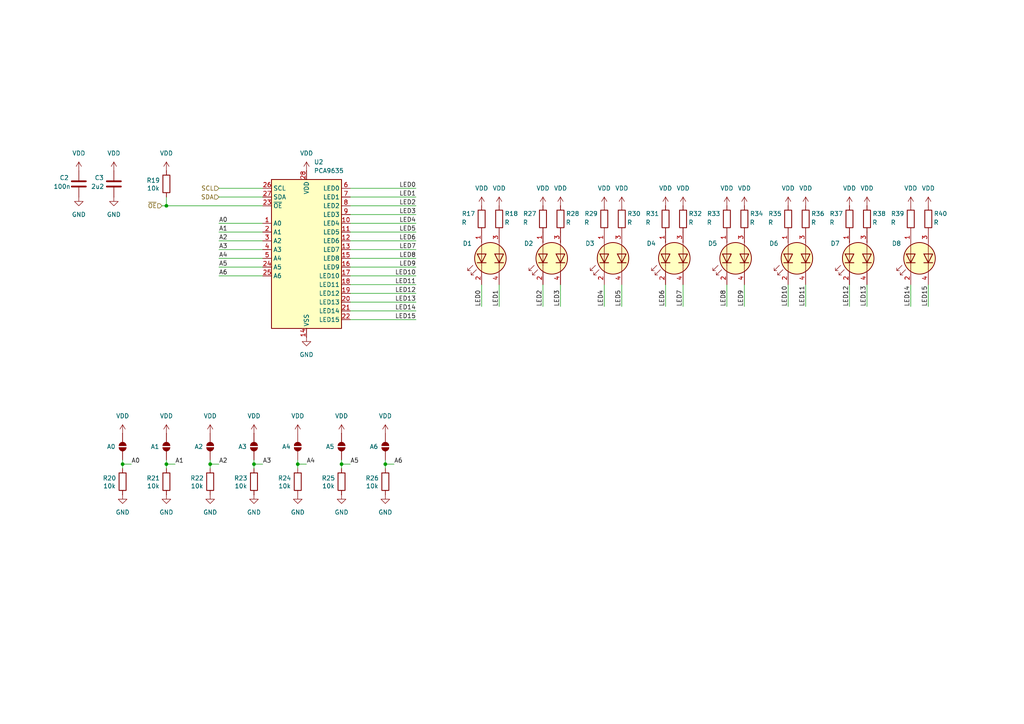
<source format=kicad_sch>
(kicad_sch (version 20250114) (generator "eeschema") (generator_version "9.0")
  (paper "A4")
  (lib_symbols
    (symbol "Device:C" (pin_numbers (hide yes)) (pin_names (offset 0.254))
      (property "Reference" "C" (at 0.635 2.54 0))
      (property "Value" "C" (at 0.635 -2.54 0))
      (symbol "C_0_1"
        (polyline (pts (xy -2.032 0.762) (xy 2.032 0.762)) (stroke (width 0.508)))
        (polyline (pts (xy -2.032 -0.762) (xy 2.032 -0.762)) (stroke (width 0.508)))
      )
      (symbol "C_1_1"
        (pin passive line (at 0 3.81 270) (length 2.794) (name "~") (number "1"))
        (pin passive line (at 0 -3.81 90) (length 2.794) (name "~") (number "2"))
      )
    )
    (symbol "Device:LED_Dual_AKAK" (pin_names (offset 0) (hide yes))
      (property "Reference" "D" (at 0 5.715 0))
      (property "Value" "LED_Dual_AKAK" (at 0 -6.35 0))
      (symbol "LED_Dual_AKAK_0_1"
        (polyline (pts (xy -5.08 2.54) (xy 2.032 2.54)))
        (polyline (pts (xy -5.08 -2.54) (xy 2.032 -2.54)))
        (polyline (pts (xy -1.27 3.81) (xy -1.27 1.27) (xy 1.27 2.54) (xy -1.27 3.81)) (stroke (width 0.254)))
        (polyline (pts (xy -1.27 -1.27) (xy -1.27 -3.81) (xy 1.27 -2.54) (xy -1.27 -1.27)) (stroke (width 0.254)))
        (circle (center 0 0) (radius 4.572) (stroke (width 0.254)) (fill (type background)))
        (polyline (pts (xy 1.27 3.81) (xy 1.27 1.27)) (stroke (width 0.254)))
        (polyline (pts (xy 1.27 -1.27) (xy 1.27 -3.81)) (stroke (width 0.254)))
        (polyline (pts (xy 2.032 5.08) (xy 3.556 6.604) (xy 2.794 6.604) (xy 3.556 6.604) (xy 3.556 5.842)))
        (polyline (pts (xy 3.302 4.064) (xy 4.826 5.588) (xy 4.064 5.588) (xy 4.826 5.588) (xy 4.826 4.826)))
        (polyline (pts (xy 3.81 2.54) (xy 1.905 2.54)))
        (polyline (pts (xy 3.81 -2.54) (xy 1.905 -2.54)))
      )
      (symbol "LED_Dual_AKAK_1_1"
        (pin input line (at -7.62 2.54 0) (length 3.048) (name "A1") (number "1"))
        (pin input line (at -7.62 -2.54 0) (length 3.048) (name "A2") (number "3"))
        (pin input line (at 7.62 2.54 180) (length 3.81) (name "K1") (number "2"))
        (pin input line (at 7.62 -2.54 180) (length 3.81) (name "K2") (number "4"))
      )
    )
    (symbol "Device:R" (pin_numbers (hide yes)) (pin_names (offset 0))
      (property "Reference" "R" (at 2.032 0 90))
      (property "Value" "R" (at 0 0 90))
      (symbol "R_0_1"
        (rectangle (start -1.016 -2.54) (end 1.016 2.54) (stroke (width 0.254)))
      )
      (symbol "R_1_1"
        (pin passive line (at 0 3.81 270) (length 1.27) (name "~") (number "1"))
        (pin passive line (at 0 -3.81 90) (length 1.27) (name "~") (number "2"))
      )
    )
    (symbol "Driver_LED:PCA9635"
      (property "Reference" "U" (at -10.16 24.13 0))
      (property "Value" "PCA9635" (at 2.54 -21.59 0))
      (symbol "PCA9635_0_1"
        (rectangle (start -10.16 22.86) (end 10.16 -20.32) (stroke (width 0.254)) (fill (type background)))
      )
      (symbol "PCA9635_1_1"
        (pin input line (at -12.7 20.32 0) (length 2.54) (name "SCL") (number "26"))
        (pin bidirectional line (at -12.7 17.78 0) (length 2.54) (name "SDA") (number "27"))
        (pin input line (at -12.7 15.24 0) (length 2.54) (name "~{OE}") (number "23"))
        (pin input line (at -12.7 10.16 0) (length 2.54) (name "A0") (number "1"))
        (pin input line (at -12.7 7.62 0) (length 2.54) (name "A1") (number "2"))
        (pin input line (at -12.7 5.08 0) (length 2.54) (name "A2") (number "3"))
        (pin input line (at -12.7 2.54 0) (length 2.54) (name "A3") (number "4"))
        (pin input line (at -12.7 0 0) (length 2.54) (name "A4") (number "5"))
        (pin input line (at -12.7 -2.54 0) (length 2.54) (name "A5") (number "24"))
        (pin input line (at -12.7 -5.08 0) (length 2.54) (name "A6") (number "25"))
        (pin power_in line (at 0 25.4 270) (length 2.54) (name "VDD") (number "28"))
        (pin power_in line (at 0 -22.86 90) (length 2.54) (name "VSS") (number "14"))
        (pin output line (at 12.7 20.32 180) (length 2.54) (name "LED0") (number "6"))
        (pin output line (at 12.7 17.78 180) (length 2.54) (name "LED1") (number "7"))
        (pin output line (at 12.7 15.24 180) (length 2.54) (name "LED2") (number "8"))
        (pin output line (at 12.7 12.7 180) (length 2.54) (name "LED3") (number "9"))
        (pin output line (at 12.7 10.16 180) (length 2.54) (name "LED4") (number "10"))
        (pin output line (at 12.7 7.62 180) (length 2.54) (name "LED5") (number "11"))
        (pin output line (at 12.7 5.08 180) (length 2.54) (name "LED6") (number "12"))
        (pin output line (at 12.7 2.54 180) (length 2.54) (name "LED7") (number "13"))
        (pin output line (at 12.7 0 180) (length 2.54) (name "LED8") (number "15"))
        (pin output line (at 12.7 -2.54 180) (length 2.54) (name "LED9") (number "16"))
        (pin output line (at 12.7 -5.08 180) (length 2.54) (name "LED10") (number "17"))
        (pin output line (at 12.7 -7.62 180) (length 2.54) (name "LED11") (number "18"))
        (pin output line (at 12.7 -10.16 180) (length 2.54) (name "LED12") (number "19"))
        (pin output line (at 12.7 -12.7 180) (length 2.54) (name "LED13") (number "20"))
        (pin output line (at 12.7 -15.24 180) (length 2.54) (name "LED14") (number "21"))
        (pin output line (at 12.7 -17.78 180) (length 2.54) (name "LED15") (number "22"))
      )
    )
    (symbol "Jumper:SolderJumper_2_Open" (pin_numbers (hide yes)) (pin_names (offset 0) (hide yes)) (exclude_from_sim yes) (in_bom no)
      (property "Reference" "JP" (at 0 2.032 0))
      (property "Value" "SolderJumper_2_Open" (at 0 -2.54 0))
      (symbol "SolderJumper_2_Open_0_1"
        (polyline (pts (xy -0.254 1.016) (xy -0.254 -1.016)))
        (arc (start -0.254 -1.016) (mid -1.2656 0) (end -0.254 1.016))
        (arc (start -0.254 -1.016) (mid -1.2656 0) (end -0.254 1.016) (fill (type outline)))
        (arc (start 0.254 1.016) (mid 1.2656 0) (end 0.254 -1.016))
        (arc (start 0.254 1.016) (mid 1.2656 0) (end 0.254 -1.016) (fill (type outline)))
        (polyline (pts (xy 0.254 1.016) (xy 0.254 -1.016)))
      )
      (symbol "SolderJumper_2_Open_1_1"
        (pin passive line (at -3.81 0 0) (length 2.54) (name "A") (number "1"))
        (pin passive line (at 3.81 0 180) (length 2.54) (name "B") (number "2"))
      )
    )
    (symbol "power:GND" (power) (pin_numbers (hide yes)) (pin_names (offset 0) (hide yes))
      (property "Value" "GND" (at 0 -3.81 0))
      (symbol "GND_0_1"
        (polyline (pts (xy 0 0) (xy 0 -1.27) (xy 1.27 -1.27) (xy 0 -2.54) (xy -1.27 -1.27) (xy 0 -1.27)))
      )
      (symbol "GND_1_1"
        (pin power_in line (at 0 0 270) (length 0) (name "~") (number "1"))
      )
    )
    (symbol "power:VDD" (power) (pin_numbers (hide yes)) (pin_names (offset 0) (hide yes))
      (property "Value" "VDD" (at 0 3.556 0))
      (symbol "VDD_0_1"
        (polyline (pts (xy -0.762 1.27) (xy 0 2.54)))
        (polyline (pts (xy 0 2.54) (xy 0.762 1.27)))
        (polyline (pts (xy 0 0) (xy 0 2.54)))
      )
      (symbol "VDD_1_1"
        (pin power_in line (at 0 0 90) (length 0) (name "~") (number "1"))
      )
    )
  )
  (junction (at 111.76 134.62))
  (junction (at 86.36 134.62))
  (junction (at 48.26 59.69))
  (junction (at 48.26 134.62))
  (junction (at 60.96 134.62))
  (junction (at 99.06 134.62))
  (junction (at 73.66 134.62))
  (junction (at 35.56 134.62))
  (wire (pts (xy 120.65 69.85) (xy 101.6 69.85)))
  (wire (pts (xy 63.5 69.85) (xy 76.2 69.85)))
  (wire (pts (xy 120.65 74.93) (xy 101.6 74.93)))
  (wire (pts (xy 144.78 88.9) (xy 144.78 82.55)))
  (wire (pts (xy 120.65 57.15) (xy 101.6 57.15)))
  (wire (pts (xy 76.2 134.62) (xy 73.66 134.62)))
  (wire (pts (xy 111.76 133.35) (xy 111.76 134.62)))
  (wire (pts (xy 35.56 133.35) (xy 35.56 134.62)))
  (wire (pts (xy 63.5 54.61) (xy 76.2 54.61)))
  (wire (pts (xy 63.5 64.77) (xy 76.2 64.77)))
  (wire (pts (xy 63.5 72.39) (xy 76.2 72.39)))
  (wire (pts (xy 48.26 133.35) (xy 48.26 134.62)))
  (wire (pts (xy 120.65 82.55) (xy 101.6 82.55)))
  (wire (pts (xy 193.04 82.55) (xy 193.04 88.9)))
  (wire (pts (xy 120.65 59.69) (xy 101.6 59.69)))
  (wire (pts (xy 228.6 82.55) (xy 228.6 88.9)))
  (wire (pts (xy 180.34 82.55) (xy 180.34 88.9)))
  (wire (pts (xy 269.24 82.55) (xy 269.24 88.9)))
  (wire (pts (xy 63.5 134.62) (xy 60.96 134.62)))
  (wire (pts (xy 120.65 92.71) (xy 101.6 92.71)))
  (wire (pts (xy 120.65 77.47) (xy 101.6 77.47)))
  (wire (pts (xy 251.46 82.55) (xy 251.46 88.9)))
  (wire (pts (xy 38.1 134.62) (xy 35.56 134.62)))
  (wire (pts (xy 175.26 82.55) (xy 175.26 88.9)))
  (wire (pts (xy 233.68 82.55) (xy 233.68 88.9)))
  (wire (pts (xy 63.5 77.47) (xy 76.2 77.47)))
  (wire (pts (xy 46.99 59.69) (xy 48.26 59.69)))
  (wire (pts (xy 99.06 133.35) (xy 99.06 134.62)))
  (wire (pts (xy 198.12 82.55) (xy 198.12 88.9)))
  (wire (pts (xy 120.65 72.39) (xy 101.6 72.39)))
  (wire (pts (xy 73.66 133.35) (xy 73.66 134.62)))
  (wire (pts (xy 264.16 82.55) (xy 264.16 88.9)))
  (wire (pts (xy 120.65 64.77) (xy 101.6 64.77)))
  (wire (pts (xy 120.65 85.09) (xy 101.6 85.09)))
  (wire (pts (xy 48.26 57.15) (xy 48.26 59.69)))
  (wire (pts (xy 120.65 80.01) (xy 101.6 80.01)))
  (wire (pts (xy 63.5 67.31) (xy 76.2 67.31)))
  (wire (pts (xy 120.65 87.63) (xy 101.6 87.63)))
  (wire (pts (xy 157.48 82.55) (xy 157.48 88.9)))
  (wire (pts (xy 120.65 67.31) (xy 101.6 67.31)))
  (wire (pts (xy 63.5 57.15) (xy 76.2 57.15)))
  (wire (pts (xy 120.65 90.17) (xy 101.6 90.17)))
  (wire (pts (xy 60.96 134.62) (xy 60.96 135.89)))
  (wire (pts (xy 88.9 134.62) (xy 86.36 134.62)))
  (wire (pts (xy 114.3 134.62) (xy 111.76 134.62)))
  (wire (pts (xy 111.76 134.62) (xy 111.76 135.89)))
  (wire (pts (xy 120.65 62.23) (xy 101.6 62.23)))
  (wire (pts (xy 48.26 59.69) (xy 76.2 59.69)))
  (wire (pts (xy 120.65 54.61) (xy 101.6 54.61)))
  (wire (pts (xy 215.9 82.55) (xy 215.9 88.9)))
  (wire (pts (xy 139.7 88.9) (xy 139.7 82.55)))
  (wire (pts (xy 246.38 82.55) (xy 246.38 88.9)))
  (wire (pts (xy 210.82 82.55) (xy 210.82 88.9)))
  (wire (pts (xy 101.6 134.62) (xy 99.06 134.62)))
  (wire (pts (xy 86.36 134.62) (xy 86.36 135.89)))
  (wire (pts (xy 73.66 134.62) (xy 73.66 135.89)))
  (wire (pts (xy 50.8 134.62) (xy 48.26 134.62)))
  (wire (pts (xy 162.56 82.55) (xy 162.56 88.9)))
  (wire (pts (xy 35.56 134.62) (xy 35.56 135.89)))
  (wire (pts (xy 86.36 133.35) (xy 86.36 134.62)))
  (wire (pts (xy 63.5 74.93) (xy 76.2 74.93)))
  (wire (pts (xy 48.26 134.62) (xy 48.26 135.89)))
  (wire (pts (xy 99.06 134.62) (xy 99.06 135.89)))
  (wire (pts (xy 63.5 80.01) (xy 76.2 80.01)))
  (wire (pts (xy 60.96 133.35) (xy 60.96 134.62)))
  (label "LED0" (at 120.65 54.61 180))
  (label "LED6" (at 120.65 69.85 180))
  (label "A6" (at 114.3 134.62 0))
  (label "A6" (at 63.5 80.01 0))
  (label "A2" (at 63.5 69.85 0))
  (label "LED8" (at 120.65 74.93 180))
  (label "LED4" (at 175.26 88.9 90))
  (label "A3" (at 76.2 134.62 0))
  (label "A5" (at 101.6 134.62 0))
  (label "LED10" (at 228.6 88.9 90))
  (label "LED13" (at 251.46 88.9 90))
  (label "LED8" (at 210.82 88.9 90))
  (label "LED0" (at 139.7 88.9 90))
  (label "A0" (at 63.5 64.77 0))
  (label "LED12" (at 120.65 85.09 180))
  (label "LED11" (at 233.68 88.9 90))
  (label "LED1" (at 144.78 88.9 90))
  (label "LED15" (at 269.24 88.9 90))
  (label "A0" (at 38.1 134.62 0))
  (label "LED2" (at 157.48 88.9 90))
  (label "LED6" (at 193.04 88.9 90))
  (label "LED4" (at 120.65 64.77 180))
  (label "LED9" (at 215.9 88.9 90))
  (label "LED13" (at 120.65 87.63 180))
  (label "LED11" (at 120.65 82.55 180))
  (label "LED12" (at 246.38 88.9 90))
  (label "LED5" (at 120.65 67.31 180))
  (label "LED3" (at 162.56 88.9 90))
  (label "LED1" (at 120.65 57.15 180))
  (label "A1" (at 50.8 134.62 0))
  (label "LED15" (at 120.65 92.71 180))
  (label "A4" (at 63.5 74.93 0))
  (label "A5" (at 63.5 77.47 0))
  (label "LED14" (at 120.65 90.17 180))
  (label "A3" (at 63.5 72.39 0))
  (label "LED3" (at 120.65 62.23 180))
  (label "A1" (at 63.5 67.31 0))
  (label "LED10" (at 120.65 80.01 180))
  (label "A2" (at 63.5 134.62 0))
  (label "LED7" (at 198.12 88.9 90))
  (label "A4" (at 88.9 134.62 0))
  (label "LED14" (at 264.16 88.9 90))
  (label "LED9" (at 120.65 77.47 180))
  (label "LED7" (at 120.65 72.39 180))
  (label "LED2" (at 120.65 59.69 180))
  (label "LED5" (at 180.34 88.9 90))
  (hierarchical_label "~{OE}" (shape input) (at 46.99 59.69 180))
  (hierarchical_label "SDA" (shape input) (at 63.5 57.15 180))
  (hierarchical_label "SCL" (shape input) (at 63.5 54.61 180))
  (symbol (lib_id "power:VDD") (at 144.78 59.69 0) (unit 1)
    (property "Reference" "#PWR07" (effects (hide yes)))
    (property "Value" "VDD" (at 144.78 54.61 0))
    (property "Description" "Power symbol creates a global label with name \"VDD\"" (effects (hide yes)))
  )
  (symbol (lib_id "power:VDD") (at 215.9 59.69 0) (unit 1)
    (property "Reference" "#PWR036" (effects (hide yes)))
    (property "Value" "VDD" (at 215.9 54.61 0))
    (property "Description" "Power symbol creates a global label with name \"VDD\"" (effects (hide yes)))
  )
  (symbol (lib_id "power:VDD") (at 139.7 59.69 0) (unit 1)
    (property "Reference" "#PWR06" (effects (hide yes)))
    (property "Value" "VDD" (at 139.7 54.61 0))
    (property "Description" "Power symbol creates a global label with name \"VDD\"" (effects (hide yes)))
  )
  (symbol (lib_id "power:VDD") (at 35.56 125.73 0) (unit 1)
    (property "Reference" "#PWR015" (effects (hide yes)))
    (property "Value" "VDD" (at 35.56 120.65 0))
    (property "Description" "Power symbol creates a global label with name \"VDD\"" (effects (hide yes)))
  )
  (symbol (lib_id "Jumper:SolderJumper_2_Open") (at 35.56 129.54 270) (unit 1) (exclude_from_sim yes) (in_bom no)
    (property "Reference" "A0" (at 30.988 129.54 90) (effects (justify left)))
    (property "Value" "SolderJumper_2_Open" (effects (hide yes)))
    (property "Footprint" "Jumper:SolderJumper-2_P1.3mm_Open_TrianglePad1.0x1.5mm" (effects (hide yes)))
    (property "Description" "Solder Jumper, 2-pole, open" (effects (hide yes)))
  )
  (symbol (lib_id "Jumper:SolderJumper_2_Open") (at 48.26 129.54 270) (unit 1) (exclude_from_sim yes) (in_bom no)
    (property "Reference" "A1" (at 43.688 129.54 90) (effects (justify left)))
    (property "Value" "SolderJumper_2_Open" (effects (hide yes)))
    (property "Footprint" "Jumper:SolderJumper-2_P1.3mm_Open_TrianglePad1.0x1.5mm" (effects (hide yes)))
    (property "Description" "Solder Jumper, 2-pole, open" (effects (hide yes)))
  )
  (symbol (lib_id "Device:R") (at 210.82 63.5 180) (unit 1)
    (property "Reference" "R33" (at 207.01 61.976 0))
    (property "Value" "R" (at 205.74 64.516 0))
    (property "Footprint" "Resistor_SMD:R_0805_2012Metric_Pad1.20x1.40mm_HandSolder" (effects (hide yes)))
    (property "Description" "Resistor" (effects (hide yes)))
  )
  (symbol (lib_id "Device:LED_Dual_AKAK") (at 142.24 74.93 90) (mirror x) (unit 1)
    (property "Reference" "D1" (at 136.906 70.612 90) (effects (justify left)))
    (property "Value" "LED_Dual_AKAK" (effects (hide yes)))
    (property "Footprint" "My_LED_SMD:LED_SML-822MV8WT86" (effects (hide yes)))
    (property "Description" "Dual LED, cathodes on pins 2 and 4" (effects (hide yes)))
  )
  (symbol (lib_id "Device:R") (at 246.38 63.5 180) (unit 1)
    (property "Reference" "R37" (at 242.57 61.976 0))
    (property "Value" "R" (at 241.3 64.516 0))
    (property "Footprint" "Resistor_SMD:R_0805_2012Metric_Pad1.20x1.40mm_HandSolder" (effects (hide yes)))
    (property "Description" "Resistor" (effects (hide yes)))
  )
  (symbol (lib_id "Device:R") (at 48.26 53.34 180) (unit 1)
    (property "Reference" "R19" (at 44.45 52.324 0))
    (property "Value" "10k" (at 44.45 54.61 0))
    (property "Footprint" "Resistor_SMD:R_0805_2012Metric_Pad1.20x1.40mm_HandSolder" (effects (hide yes)))
    (property "Description" "Resistor" (effects (hide yes)))
  )
  (symbol (lib_id "Device:LED_Dual_AKAK") (at 160.02 74.93 90) (mirror x) (unit 1)
    (property "Reference" "D2" (at 154.686 70.612 90) (effects (justify left)))
    (property "Value" "LED_Dual_AKAK" (effects (hide yes)))
    (property "Footprint" "My_LED_SMD:LED_SML-822MV8WT86" (effects (hide yes)))
    (property "Description" "Dual LED, cathodes on pins 2 and 4" (effects (hide yes)))
  )
  (symbol (lib_id "power:VDD") (at 198.12 59.69 0) (unit 1)
    (property "Reference" "#PWR034" (effects (hide yes)))
    (property "Value" "VDD" (at 198.12 54.61 0))
    (property "Description" "Power symbol creates a global label with name \"VDD\"" (effects (hide yes)))
  )
  (symbol (lib_id "power:VDD") (at 33.02 49.53 0) (unit 1)
    (property "Reference" "#PWR049" (effects (hide yes)))
    (property "Value" "VDD" (at 33.02 44.45 0))
    (property "Description" "Power symbol creates a global label with name \"VDD\"" (effects (hide yes)))
  )
  (symbol (lib_id "Device:R") (at 198.12 63.5 180) (unit 1)
    (property "Reference" "R32" (at 201.676 61.976 0))
    (property "Value" "R" (at 200.406 64.516 0))
    (property "Footprint" "Resistor_SMD:R_0805_2012Metric_Pad1.20x1.40mm_HandSolder" (effects (hide yes)))
    (property "Description" "Resistor" (effects (hide yes)))
  )
  (symbol (lib_id "power:VDD") (at 193.04 59.69 0) (unit 1)
    (property "Reference" "#PWR033" (effects (hide yes)))
    (property "Value" "VDD" (at 193.04 54.61 0))
    (property "Description" "Power symbol creates a global label with name \"VDD\"" (effects (hide yes)))
  )
  (symbol (lib_id "power:VDD") (at 73.66 125.73 0) (unit 1)
    (property "Reference" "#PWR021" (effects (hide yes)))
    (property "Value" "VDD" (at 73.66 120.65 0))
    (property "Description" "Power symbol creates a global label with name \"VDD\"" (effects (hide yes)))
  )
  (symbol (lib_id "Device:R") (at 86.36 139.7 180) (unit 1)
    (property "Reference" "R24" (at 82.55 138.684 0))
    (property "Value" "10k" (at 82.55 140.97 0))
    (property "Footprint" "Resistor_SMD:R_0805_2012Metric_Pad1.20x1.40mm_HandSolder" (effects (hide yes)))
    (property "Description" "Resistor" (effects (hide yes)))
  )
  (symbol (lib_id "power:VDD") (at 22.86 49.53 0) (unit 1)
    (property "Reference" "#PWR011" (effects (hide yes)))
    (property "Value" "VDD" (at 22.86 44.45 0))
    (property "Description" "Power symbol creates a global label with name \"VDD\"" (effects (hide yes)))
  )
  (symbol (lib_id "power:VDD") (at 180.34 59.69 0) (unit 1)
    (property "Reference" "#PWR032" (effects (hide yes)))
    (property "Value" "VDD" (at 180.34 54.61 0))
    (property "Description" "Power symbol creates a global label with name \"VDD\"" (effects (hide yes)))
  )
  (symbol (lib_id "Jumper:SolderJumper_2_Open") (at 86.36 129.54 270) (unit 1) (exclude_from_sim yes) (in_bom no)
    (property "Reference" "A4" (at 81.788 129.54 90) (effects (justify left)))
    (property "Value" "SolderJumper_2_Open" (effects (hide yes)))
    (property "Footprint" "Jumper:SolderJumper-2_P1.3mm_Open_TrianglePad1.0x1.5mm" (effects (hide yes)))
    (property "Description" "Solder Jumper, 2-pole, open" (effects (hide yes)))
  )
  (symbol (lib_id "Jumper:SolderJumper_2_Open") (at 99.06 129.54 270) (unit 1) (exclude_from_sim yes) (in_bom no)
    (property "Reference" "A5" (at 94.488 129.54 90) (effects (justify left)))
    (property "Value" "SolderJumper_2_Open" (effects (hide yes)))
    (property "Footprint" "Jumper:SolderJumper-2_P1.3mm_Open_TrianglePad1.0x1.5mm" (effects (hide yes)))
    (property "Description" "Solder Jumper, 2-pole, open" (effects (hide yes)))
  )
  (symbol (lib_id "power:VDD") (at 99.06 125.73 0) (unit 1)
    (property "Reference" "#PWR025" (effects (hide yes)))
    (property "Value" "VDD" (at 99.06 120.65 0))
    (property "Description" "Power symbol creates a global label with name \"VDD\"" (effects (hide yes)))
  )
  (symbol (lib_id "Driver_LED:PCA9635") (at 88.9 74.93 0) (unit 1)
    (property "Reference" "U2" (at 91.0433 46.99 0) (effects (justify left)))
    (property "Value" "PCA9635" (at 91.0433 49.53 0) (effects (justify left)))
    (property "Footprint" "Package_SO:TSSOP-28_4.4x9.7mm_P0.65mm" (effects (hide yes)))
    (property "Datasheet" "https://www.nxp.com/docs/en/data-sheet/PCA9635.pdf" (effects (hide yes)))
    (property "Description" "16-bit PWM Fm+ I2C-bus LED driver, TSSOP-28" (effects (hide yes)))
  )
  (symbol (lib_id "Device:C") (at 33.02 53.34 0) (unit 1)
    (property "Reference" "C3" (at 27.432 51.562 0) (effects (justify left)))
    (property "Value" "2u2" (at 26.416 54.102 0) (effects (justify left)))
    (property "Footprint" "Capacitor_SMD:C_0805_2012Metric_Pad1.18x1.45mm_HandSolder" (effects (hide yes)))
    (property "Description" "Unpolarized capacitor" (effects (hide yes)))
  )
  (symbol (lib_id "power:GND") (at 22.86 57.15 0) (unit 1)
    (property "Reference" "#PWR012" (effects (hide yes)))
    (property "Value" "GND" (at 22.86 62.23 0))
    (property "Description" "Power symbol creates a global label with name \"GND\" , ground" (effects (hide yes)))
  )
  (symbol (lib_id "power:VDD") (at 60.96 125.73 0) (unit 1)
    (property "Reference" "#PWR019" (effects (hide yes)))
    (property "Value" "VDD" (at 60.96 120.65 0))
    (property "Description" "Power symbol creates a global label with name \"VDD\"" (effects (hide yes)))
  )
  (symbol (lib_id "Device:C") (at 22.86 53.34 0) (unit 1)
    (property "Reference" "C2" (at 17.272 51.562 0) (effects (justify left)))
    (property "Value" "100n" (at 15.494 54.102 0) (effects (justify left)))
    (property "Footprint" "Capacitor_SMD:C_0805_2012Metric_Pad1.18x1.45mm_HandSolder" (effects (hide yes)))
    (property "Description" "Unpolarized capacitor" (effects (hide yes)))
  )
  (symbol (lib_id "power:VDD") (at 210.82 59.69 0) (unit 1)
    (property "Reference" "#PWR035" (effects (hide yes)))
    (property "Value" "VDD" (at 210.82 54.61 0))
    (property "Description" "Power symbol creates a global label with name \"VDD\"" (effects (hide yes)))
  )
  (symbol (lib_id "power:VDD") (at 264.16 59.69 0) (unit 1)
    (property "Reference" "#PWR041" (effects (hide yes)))
    (property "Value" "VDD" (at 264.16 54.61 0))
    (property "Description" "Power symbol creates a global label with name \"VDD\"" (effects (hide yes)))
  )
  (symbol (lib_id "Device:R") (at 251.46 63.5 180) (unit 1)
    (property "Reference" "R38" (at 255.016 61.976 0))
    (property "Value" "R" (at 253.746 64.516 0))
    (property "Footprint" "Resistor_SMD:R_0805_2012Metric_Pad1.20x1.40mm_HandSolder" (effects (hide yes)))
    (property "Description" "Resistor" (effects (hide yes)))
  )
  (symbol (lib_id "power:GND") (at 73.66 143.51 0) (unit 1)
    (property "Reference" "#PWR022" (effects (hide yes)))
    (property "Value" "GND" (at 73.66 148.59 0))
    (property "Description" "Power symbol creates a global label with name \"GND\" , ground" (effects (hide yes)))
  )
  (symbol (lib_id "Device:R") (at 60.96 139.7 180) (unit 1)
    (property "Reference" "R22" (at 57.15 138.684 0))
    (property "Value" "10k" (at 57.15 140.97 0))
    (property "Footprint" "Resistor_SMD:R_0805_2012Metric_Pad1.20x1.40mm_HandSolder" (effects (hide yes)))
    (property "Description" "Resistor" (effects (hide yes)))
  )
  (symbol (lib_id "power:GND") (at 99.06 143.51 0) (unit 1)
    (property "Reference" "#PWR026" (effects (hide yes)))
    (property "Value" "GND" (at 99.06 148.59 0))
    (property "Description" "Power symbol creates a global label with name \"GND\" , ground" (effects (hide yes)))
  )
  (symbol (lib_id "Jumper:SolderJumper_2_Open") (at 73.66 129.54 270) (unit 1) (exclude_from_sim yes) (in_bom no)
    (property "Reference" "A3" (at 69.088 129.54 90) (effects (justify left)))
    (property "Value" "SolderJumper_2_Open" (effects (hide yes)))
    (property "Footprint" "Jumper:SolderJumper-2_P1.3mm_Open_TrianglePad1.0x1.5mm" (effects (hide yes)))
    (property "Description" "Solder Jumper, 2-pole, open" (effects (hide yes)))
  )
  (symbol (lib_id "power:VDD") (at 86.36 125.73 0) (unit 1)
    (property "Reference" "#PWR023" (effects (hide yes)))
    (property "Value" "VDD" (at 86.36 120.65 0))
    (property "Description" "Power symbol creates a global label with name \"VDD\"" (effects (hide yes)))
  )
  (symbol (lib_id "Device:LED_Dual_AKAK") (at 266.7 74.93 90) (mirror x) (unit 1)
    (property "Reference" "D8" (at 261.366 70.612 90) (effects (justify left)))
    (property "Value" "LED_Dual_AKAK" (effects (hide yes)))
    (property "Footprint" "My_LED_SMD:LED_SML-822MV8WT86" (effects (hide yes)))
    (property "Description" "Dual LED, cathodes on pins 2 and 4" (effects (hide yes)))
  )
  (symbol (lib_id "Device:R") (at 157.48 63.5 180) (unit 1)
    (property "Reference" "R27" (at 153.67 61.976 0))
    (property "Value" "R" (at 152.4 64.516 0))
    (property "Footprint" "Resistor_SMD:R_0805_2012Metric_Pad1.20x1.40mm_HandSolder" (effects (hide yes)))
    (property "Description" "Resistor" (effects (hide yes)))
  )
  (symbol (lib_id "power:VDD") (at 48.26 49.53 0) (unit 1)
    (property "Reference" "#PWR010" (effects (hide yes)))
    (property "Value" "VDD" (at 48.26 44.45 0))
    (property "Description" "Power symbol creates a global label with name \"VDD\"" (effects (hide yes)))
  )
  (symbol (lib_id "power:VDD") (at 228.6 59.69 0) (unit 1)
    (property "Reference" "#PWR037" (effects (hide yes)))
    (property "Value" "VDD" (at 228.6 54.61 0))
    (property "Description" "Power symbol creates a global label with name \"VDD\"" (effects (hide yes)))
  )
  (symbol (lib_id "power:VDD") (at 251.46 59.69 0) (unit 1)
    (property "Reference" "#PWR040" (effects (hide yes)))
    (property "Value" "VDD" (at 251.46 54.61 0))
    (property "Description" "Power symbol creates a global label with name \"VDD\"" (effects (hide yes)))
  )
  (symbol (lib_id "Device:R") (at 193.04 63.5 180) (unit 1)
    (property "Reference" "R31" (at 189.23 61.976 0))
    (property "Value" "R" (at 187.96 64.516 0))
    (property "Footprint" "Resistor_SMD:R_0805_2012Metric_Pad1.20x1.40mm_HandSolder" (effects (hide yes)))
    (property "Description" "Resistor" (effects (hide yes)))
  )
  (symbol (lib_id "Device:LED_Dual_AKAK") (at 248.92 74.93 90) (mirror x) (unit 1)
    (property "Reference" "D7" (at 243.586 70.612 90) (effects (justify left)))
    (property "Value" "LED_Dual_AKAK" (effects (hide yes)))
    (property "Footprint" "My_LED_SMD:LED_SML-822MV8WT86" (effects (hide yes)))
    (property "Description" "Dual LED, cathodes on pins 2 and 4" (effects (hide yes)))
  )
  (symbol (lib_id "power:GND") (at 86.36 143.51 0) (unit 1)
    (property "Reference" "#PWR024" (effects (hide yes)))
    (property "Value" "GND" (at 86.36 148.59 0))
    (property "Description" "Power symbol creates a global label with name \"GND\" , ground" (effects (hide yes)))
  )
  (symbol (lib_id "power:GND") (at 111.76 143.51 0) (unit 1)
    (property "Reference" "#PWR028" (effects (hide yes)))
    (property "Value" "GND" (at 111.76 148.59 0))
    (property "Description" "Power symbol creates a global label with name \"GND\" , ground" (effects (hide yes)))
  )
  (symbol (lib_id "power:GND") (at 48.26 143.51 0) (unit 1)
    (property "Reference" "#PWR018" (effects (hide yes)))
    (property "Value" "GND" (at 48.26 148.59 0))
    (property "Description" "Power symbol creates a global label with name \"GND\" , ground" (effects (hide yes)))
  )
  (symbol (lib_id "power:GND") (at 33.02 57.15 0) (unit 1)
    (property "Reference" "#PWR050" (effects (hide yes)))
    (property "Value" "GND" (at 33.02 62.23 0))
    (property "Description" "Power symbol creates a global label with name \"GND\" , ground" (effects (hide yes)))
  )
  (symbol (lib_id "Device:LED_Dual_AKAK") (at 231.14 74.93 90) (mirror x) (unit 1)
    (property "Reference" "D6" (at 225.806 70.612 90) (effects (justify left)))
    (property "Value" "LED_Dual_AKAK" (effects (hide yes)))
    (property "Footprint" "My_LED_SMD:LED_SML-822MV8WT86" (effects (hide yes)))
    (property "Description" "Dual LED, cathodes on pins 2 and 4" (effects (hide yes)))
  )
  (symbol (lib_id "Jumper:SolderJumper_2_Open") (at 60.96 129.54 270) (unit 1) (exclude_from_sim yes) (in_bom no)
    (property "Reference" "A2" (at 56.388 129.54 90) (effects (justify left)))
    (property "Value" "SolderJumper_2_Open" (effects (hide yes)))
    (property "Footprint" "Jumper:SolderJumper-2_P1.3mm_Open_TrianglePad1.0x1.5mm" (effects (hide yes)))
    (property "Description" "Solder Jumper, 2-pole, open" (effects (hide yes)))
  )
  (symbol (lib_id "Device:R") (at 228.6 63.5 180) (unit 1)
    (property "Reference" "R35" (at 224.79 61.976 0))
    (property "Value" "R" (at 223.52 64.516 0))
    (property "Footprint" "Resistor_SMD:R_0805_2012Metric_Pad1.20x1.40mm_HandSolder" (effects (hide yes)))
    (property "Description" "Resistor" (effects (hide yes)))
  )
  (symbol (lib_id "Device:LED_Dual_AKAK") (at 213.36 74.93 90) (mirror x) (unit 1)
    (property "Reference" "D5" (at 208.026 70.612 90) (effects (justify left)))
    (property "Value" "LED_Dual_AKAK" (effects (hide yes)))
    (property "Footprint" "My_LED_SMD:LED_SML-822MV8WT86" (effects (hide yes)))
    (property "Description" "Dual LED, cathodes on pins 2 and 4" (effects (hide yes)))
  )
  (symbol (lib_id "Device:R") (at 48.26 139.7 180) (unit 1)
    (property "Reference" "R21" (at 44.45 138.684 0))
    (property "Value" "10k" (at 44.45 140.97 0))
    (property "Footprint" "Resistor_SMD:R_0805_2012Metric_Pad1.20x1.40mm_HandSolder" (effects (hide yes)))
    (property "Description" "Resistor" (effects (hide yes)))
  )
  (symbol (lib_id "Device:R") (at 35.56 139.7 180) (unit 1)
    (property "Reference" "R20" (at 31.75 138.684 0))
    (property "Value" "10k" (at 31.75 140.97 0))
    (property "Footprint" "Resistor_SMD:R_0805_2012Metric_Pad1.20x1.40mm_HandSolder" (effects (hide yes)))
    (property "Description" "Resistor" (effects (hide yes)))
  )
  (symbol (lib_id "Device:R") (at 264.16 63.5 180) (unit 1)
    (property "Reference" "R39" (at 260.35 61.976 0))
    (property "Value" "R" (at 259.08 64.516 0))
    (property "Footprint" "Resistor_SMD:R_0805_2012Metric_Pad1.20x1.40mm_HandSolder" (effects (hide yes)))
    (property "Description" "Resistor" (effects (hide yes)))
  )
  (symbol (lib_id "Device:R") (at 73.66 139.7 180) (unit 1)
    (property "Reference" "R23" (at 69.85 138.684 0))
    (property "Value" "10k" (at 69.85 140.97 0))
    (property "Footprint" "Resistor_SMD:R_0805_2012Metric_Pad1.20x1.40mm_HandSolder" (effects (hide yes)))
    (property "Description" "Resistor" (effects (hide yes)))
  )
  (symbol (lib_id "power:VDD") (at 269.24 59.69 0) (unit 1)
    (property "Reference" "#PWR042" (effects (hide yes)))
    (property "Value" "VDD" (at 269.24 54.61 0))
    (property "Description" "Power symbol creates a global label with name \"VDD\"" (effects (hide yes)))
  )
  (symbol (lib_id "Device:R") (at 162.56 63.5 180) (unit 1)
    (property "Reference" "R28" (at 166.116 61.976 0))
    (property "Value" "R" (at 164.846 64.516 0))
    (property "Footprint" "Resistor_SMD:R_0805_2012Metric_Pad1.20x1.40mm_HandSolder" (effects (hide yes)))
    (property "Description" "Resistor" (effects (hide yes)))
  )
  (symbol (lib_id "power:VDD") (at 88.9 49.53 0) (unit 1)
    (property "Reference" "#PWR08" (effects (hide yes)))
    (property "Value" "VDD" (at 88.9 44.45 0))
    (property "Description" "Power symbol creates a global label with name \"VDD\"" (effects (hide yes)))
  )
  (symbol (lib_id "power:VDD") (at 175.26 59.69 0) (unit 1)
    (property "Reference" "#PWR031" (effects (hide yes)))
    (property "Value" "VDD" (at 175.26 54.61 0))
    (property "Description" "Power symbol creates a global label with name \"VDD\"" (effects (hide yes)))
  )
  (symbol (lib_id "Device:R") (at 215.9 63.5 180) (unit 1)
    (property "Reference" "R34" (at 219.456 61.976 0))
    (property "Value" "R" (at 218.186 64.516 0))
    (property "Footprint" "Resistor_SMD:R_0805_2012Metric_Pad1.20x1.40mm_HandSolder" (effects (hide yes)))
    (property "Description" "Resistor" (effects (hide yes)))
  )
  (symbol (lib_id "power:GND") (at 60.96 143.51 0) (unit 1)
    (property "Reference" "#PWR020" (effects (hide yes)))
    (property "Value" "GND" (at 60.96 148.59 0))
    (property "Description" "Power symbol creates a global label with name \"GND\" , ground" (effects (hide yes)))
  )
  (symbol (lib_id "Device:LED_Dual_AKAK") (at 177.8 74.93 90) (mirror x) (unit 1)
    (property "Reference" "D3" (at 172.466 70.612 90) (effects (justify left)))
    (property "Value" "LED_Dual_AKAK" (effects (hide yes)))
    (property "Footprint" "My_LED_SMD:LED_SML-822MV8WT86" (effects (hide yes)))
    (property "Description" "Dual LED, cathodes on pins 2 and 4" (effects (hide yes)))
  )
  (symbol (lib_id "Device:R") (at 139.7 63.5 180) (unit 1)
    (property "Reference" "R17" (at 135.89 61.976 0))
    (property "Value" "R" (at 134.62 64.516 0))
    (property "Footprint" "Resistor_SMD:R_0805_2012Metric_Pad1.20x1.40mm_HandSolder" (effects (hide yes)))
    (property "Description" "Resistor" (effects (hide yes)))
  )
  (symbol (lib_id "power:VDD") (at 162.56 59.69 0) (unit 1)
    (property "Reference" "#PWR030" (effects (hide yes)))
    (property "Value" "VDD" (at 162.56 54.61 0))
    (property "Description" "Power symbol creates a global label with name \"VDD\"" (effects (hide yes)))
  )
  (symbol (lib_id "Device:LED_Dual_AKAK") (at 195.58 74.93 90) (mirror x) (unit 1)
    (property "Reference" "D4" (at 190.246 70.612 90) (effects (justify left)))
    (property "Value" "LED_Dual_AKAK" (effects (hide yes)))
    (property "Footprint" "My_LED_SMD:LED_SML-822MV8WT86" (effects (hide yes)))
    (property "Description" "Dual LED, cathodes on pins 2 and 4" (effects (hide yes)))
  )
  (symbol (lib_id "power:VDD") (at 157.48 59.69 0) (unit 1)
    (property "Reference" "#PWR029" (effects (hide yes)))
    (property "Value" "VDD" (at 157.48 54.61 0))
    (property "Description" "Power symbol creates a global label with name \"VDD\"" (effects (hide yes)))
  )
  (symbol (lib_id "Device:R") (at 233.68 63.5 180) (unit 1)
    (property "Reference" "R36" (at 237.236 61.976 0))
    (property "Value" "R" (at 235.966 64.516 0))
    (property "Footprint" "Resistor_SMD:R_0805_2012Metric_Pad1.20x1.40mm_HandSolder" (effects (hide yes)))
    (property "Description" "Resistor" (effects (hide yes)))
  )
  (symbol (lib_id "power:VDD") (at 48.26 125.73 0) (unit 1)
    (property "Reference" "#PWR017" (effects (hide yes)))
    (property "Value" "VDD" (at 48.26 120.65 0))
    (property "Description" "Power symbol creates a global label with name \"VDD\"" (effects (hide yes)))
  )
  (symbol (lib_id "power:VDD") (at 246.38 59.69 0) (unit 1)
    (property "Reference" "#PWR039" (effects (hide yes)))
    (property "Value" "VDD" (at 246.38 54.61 0))
    (property "Description" "Power symbol creates a global label with name \"VDD\"" (effects (hide yes)))
  )
  (symbol (lib_id "power:GND") (at 88.9 97.79 0) (unit 1)
    (property "Reference" "#PWR09" (effects (hide yes)))
    (property "Value" "GND" (at 88.9 102.87 0))
    (property "Description" "Power symbol creates a global label with name \"GND\" , ground" (effects (hide yes)))
  )
  (symbol (lib_id "Device:R") (at 180.34 63.5 180) (unit 1)
    (property "Reference" "R30" (at 183.896 61.976 0))
    (property "Value" "R" (at 182.626 64.516 0))
    (property "Footprint" "Resistor_SMD:R_0805_2012Metric_Pad1.20x1.40mm_HandSolder" (effects (hide yes)))
    (property "Description" "Resistor" (effects (hide yes)))
  )
  (symbol (lib_id "Device:R") (at 175.26 63.5 180) (unit 1)
    (property "Reference" "R29" (at 171.45 61.976 0))
    (property "Value" "R" (at 170.18 64.516 0))
    (property "Footprint" "Resistor_SMD:R_0805_2012Metric_Pad1.20x1.40mm_HandSolder" (effects (hide yes)))
    (property "Description" "Resistor" (effects (hide yes)))
  )
  (symbol (lib_id "power:GND") (at 35.56 143.51 0) (unit 1)
    (property "Reference" "#PWR016" (effects (hide yes)))
    (property "Value" "GND" (at 35.56 148.59 0))
    (property "Description" "Power symbol creates a global label with name \"GND\" , ground" (effects (hide yes)))
  )
  (symbol (lib_id "power:VDD") (at 233.68 59.69 0) (unit 1)
    (property "Reference" "#PWR038" (effects (hide yes)))
    (property "Value" "VDD" (at 233.68 54.61 0))
    (property "Description" "Power symbol creates a global label with name \"VDD\"" (effects (hide yes)))
  )
  (symbol (lib_id "Device:R") (at 111.76 139.7 180) (unit 1)
    (property "Reference" "R26" (at 107.95 138.684 0))
    (property "Value" "10k" (at 107.95 140.97 0))
    (property "Footprint" "Resistor_SMD:R_0805_2012Metric_Pad1.20x1.40mm_HandSolder" (effects (hide yes)))
    (property "Description" "Resistor" (effects (hide yes)))
  )
  (symbol (lib_id "Jumper:SolderJumper_2_Open") (at 111.76 129.54 270) (unit 1) (exclude_from_sim yes) (in_bom no)
    (property "Reference" "A6" (at 107.188 129.54 90) (effects (justify left)))
    (property "Value" "SolderJumper_2_Open" (effects (hide yes)))
    (property "Footprint" "Jumper:SolderJumper-2_P1.3mm_Open_TrianglePad1.0x1.5mm" (effects (hide yes)))
    (property "Description" "Solder Jumper, 2-pole, open" (effects (hide yes)))
  )
  (symbol (lib_id "Device:R") (at 269.24 63.5 180) (unit 1)
    (property "Reference" "R40" (at 272.796 61.976 0))
    (property "Value" "R" (at 271.526 64.516 0))
    (property "Footprint" "Resistor_SMD:R_0805_2012Metric_Pad1.20x1.40mm_HandSolder" (effects (hide yes)))
    (property "Description" "Resistor" (effects (hide yes)))
  )
  (symbol (lib_id "Device:R") (at 99.06 139.7 180) (unit 1)
    (property "Reference" "R25" (at 95.25 138.684 0))
    (property "Value" "10k" (at 95.25 140.97 0))
    (property "Footprint" "Resistor_SMD:R_0805_2012Metric_Pad1.20x1.40mm_HandSolder" (effects (hide yes)))
    (property "Description" "Resistor" (effects (hide yes)))
  )
  (symbol (lib_id "Device:R") (at 144.78 63.5 180) (unit 1)
    (property "Reference" "R18" (at 148.336 61.976 0))
    (property "Value" "R" (at 147.066 64.516 0))
    (property "Footprint" "Resistor_SMD:R_0805_2012Metric_Pad1.20x1.40mm_HandSolder" (effects (hide yes)))
    (property "Description" "Resistor" (effects (hide yes)))
  )
  (symbol (lib_id "power:VDD") (at 111.76 125.73 0) (unit 1)
    (property "Reference" "#PWR027" (effects (hide yes)))
    (property "Value" "VDD" (at 111.76 120.65 0))
    (property "Description" "Power symbol creates a global label with name \"VDD\"" (effects (hide yes)))
  )
)
</source>
